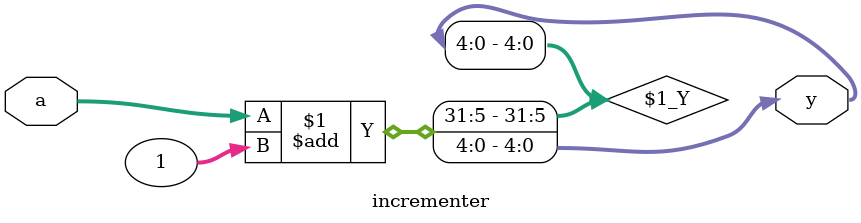
<source format=v>
/* Reiner Dizon
 * Simple 8-bit microprocessor (MP-8)
 * Incrementer Module
 */
module incrementer (input [4:0] a, output [4:0] y);
	assign y = a + 1; // takes 5-bit input and adds 1, used for PC
endmodule

</source>
